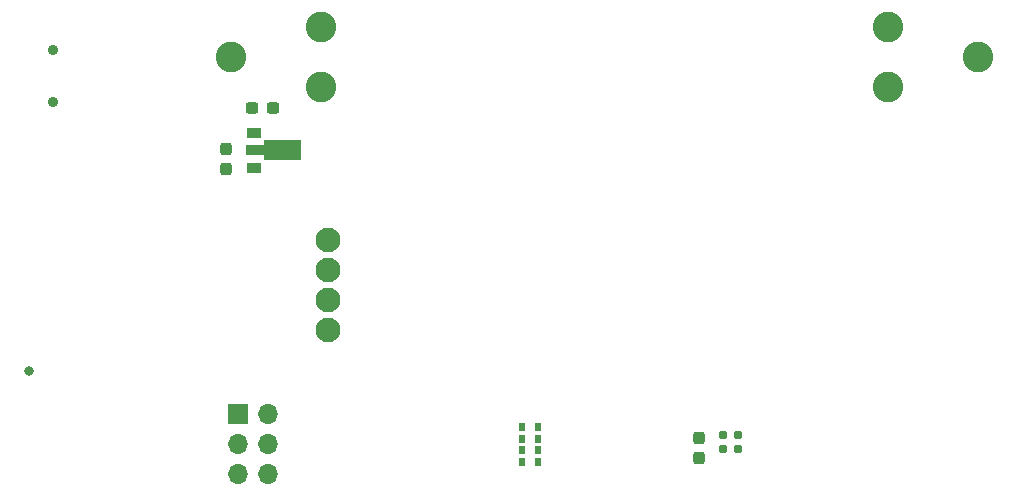
<source format=gbr>
                                                                                                                                                                                                                                                                                                                                                                                                                                                                                                                                                                                                                                                                                                                                                                                                                                                                                                                                                                                                                                                                                                                                                                                                                                                                                                                                                                                                                                                                                                                                                                                                                                                                                                                                                                                                                                                                                                                                                                                                                                                                                                                                                                                                                                                                                                                                                                                                                                                                                                                                                                                                                                                                                                                                                                                                                                                                                                                                                                                                                                                                                                                                                                                                                                                                                                                                                                                                                                                                                                                                                                                                                                                                                                                                                                                                                                                                                                                                                                                                                                                                                                                                                                                                                                                                                                                                                                                                                                                                                                                                                                                                                                                                                                                                                                                                                                                                                                                                                                                                                                                                                                                                                                                                                                                                                                                                                                                                                                                                                                                                                                                                                                                                                                                                                                                                                                                                                                                                                                                                                                                                                                                                                                                                                                                                                                                                                                                                                                                                                                                                                                                                                                                                                                                                                                                                                                                                                                                                                                                                                                                                                                                                                                                                                                                                                                                                                                                                                                                                                                                                                                                                                                                                                                                                                                                                                                                                                                                                                                                                                                                                                                                                                                                                                                                                                                                                                                                                                                                                                                                                                                                                                                                                                                                                                                                                                                                                                                                                                                                                                                                                                                                                                                                                                                                                                                                                                                                                                                                                                                                                                                                                                                                                                                                                                                                                                                                                                                                                                                                                                                                                                                                                                                                                                                                                                                                                                                                                                                                                                                                                                                                                                                                                                                                                                                                                                                                                                                                                                                                                                                                                                                                                                                                                                                                                                                                                                                                                                                                                                                                                                                                                                                                                                                                                                                                                                                                                                                                                                                                                                                                                                                                                                                                                                                                                                                                                                                                                                                                                                                                                                                                                                                                                                                                                                                                                                                                                                                                                                                                                                                                                                                                                                                                                                                                                                                                                                                                                                                                                                                                                                                                                                                                                                                                                                                                                                                                                                                                                                                                                                                                                                                                                                                                                                                                                                                                                                                                                                                                                                                                                                                                                                                                                                                                                                                                                                                                                                                                                                                                                                                                                                                                                                                                                                                                                                                                                                                                                                                                                                                                                                                                                                                                                                                                                                                                                                                                                                                                                                                                                                                                                                                                                                                                                                                                                                                                                                                                                                                                                                                                                                                                                                                                                                                                                                                                                                                                                                                                                                                                                                                                                                                                                                                                                                                                                                                                                                                                                                                                                                                                                                                                                                                                                                                                                                                                                                                                                                                                                                                                                                                                                                                                                                                                                                                                                                                                                                                                                                                                                                                                                                                                                                                                                                                                                                                                                                                                                                                                                                                                                                                                                                                                                                                                                                                                                                                                                                                                                                                                                                                                                                                                                                                                                                                                                                                                                                                                                                                                                                                                                                                                                                                                                                                                                                                                                                                                                                                                                                                                                                                                                                                                                                                                                                                                                                                                                                                                                                                                                                                                                                                                                                                                                                                                                                                                                                                                                                                                                                                                                                                                                                                                                                                                                                                                                                                                                                                                                                                                                                                                                                                                                                                                                                                                                                                                                                                                                                                                                                                                                                                                                                                                                                                                                                                                                                                                                                                                                                                                                                                                                                                                                                                                                                                                                                                                                                                                                                                                                                                                                                                                                                                                                                                                                                                                                                                                                                                                                                                                                                                                                                                                                                                                                                                                                                                                                                                                                                                                                                                                                                                                                                                                                                                                                                                                                                                                                                                                                                                                                                                                                                                                                                                                                                                                                                                                                                                                                                                                                                                                                                                                                                                                                                                                                                                                                                                                                                                                                                                                                                                                                                                                                                                                                                                                                                                                                                                                                                                                                                                                                                                                                                                                                                                                                                                                                                                                                                                                                                                                                                                                                                                                                                                                                                                                                                                                                                                                                                                                                                                                                                                                                                                                                                                                                                                                                                                                                                                                                                                                                                                                                                                                                                                                                                                                                                                                                                                                                                                                                                                                                                                                                                                                                                                                                                                                                                                                                                                                                                                                                                                                                                                                                                                                                                                                                                                                                                                                                                                                                                                                                                                                                                                                                                                                                                                                                                                                                                                                                                                                                                                                                                                                                                                                                                                                                                                                                                                                                                                                                                                                                                                                                                                                                                                                                                                                                                                                                                                                                                                                                                                                                                                                                                                                                                                                                                                                                                                                                                                                                                                                                                                                                                                                                                                                                                                                                                                                                                                                                                                                                                                                                                                                                                                                                                                                                                                                                                                                                                                                                                                                                                                                                                                                                                                                                                                                                                                                                                                                                                                                                                                                                                                                                                                                                                                                                                                                                                                                                                                                                                                                                                                                                                                                                                                                                                                                                                                                                                                                                                                                                                                                                                                                                                                                                                                                                                                                                                                                                                                                                                                                                                                                                                                                                                                                                                                                                                                                                                                                                                                                                                                                                                                                                                                                                                                                                                                                                                                                                                                                                                                                                                                                                                                                                                                                                                                                                                                                                                                                                                                                                                                                                                                                                                                                                                                                                                                                                                                                                                                                                                                                                                                                                                                                                                                                                                                                                                                                                                                                                                                                                                                                                                                                                                                                                                                                                                                                                                                                                                                                                                                                                                                                                                                                                                                                                                                                                                                                                                                                                                                                                                                                                                                                                                                                                                                                                                                                                                                                                                                                                                                                                                                                                                                                                                                                                                                                                                                                                                                                                                                                                                                                                                                                                                                                                                                                                                                                                                                                                                                                                                                                                                                                                                                                                                                                                                                                                                                                                                                                                                                                                                                                                                                                                                                                                                                                                                                                                                                                                                                                                                                                                                                                                                                                                                                                                                                                                                                                                                                                                                                                                                                                                                                                                                                                                                                                                                                                                                                                                                                                                                                                                                                                                                                                                                                                                                                                                                                                                                                                                                                                                                                                                                                                                                                                                                                                                                                                                                                                                                                                                                                                                                                                                                                                                                                                                                                                                                                                                                                                                                                                                                                                                                                                                                                                                                                                                                                                                                                                                                                                                                                                                                                                                                                                                                                                                                                                                                                                                                                                                                                                                                                                                                                                                                                                                                                                                                                                                                                                                                                                                                                                                                                                                                                                                                                                                                                                                                                                                                                                                                                                                                                                                                                                                                                                                                                                                                                                                                                                                                                                                                                                                                                                                                                                                                                                                                                                                                                                                                                                                                                                                                                                                                                                                                                                                                                                                                                                                                                                                                                                                                                                                                                                                                                                                                                                                                                                                                                                                                                                                                                                                                                                                                                                                                                                                                                                                                                                                                                                                                                                                                                                                                                                                                                                                                                                                                                                                                                                                                                                                                                                                                                                                                                                                                                                                                                                                                                                                                                                                                                                                                                                                                                                                                                                                                                                                                                                                                                                                                                                                                                                                                                                                                                                                                                                                                                                                                                                                                                                                                                                                                                                                                                                                                                                                                                                                                                                                                                                                                                                                                                                                                                                                                                                                                                                                                                                                                                                                                                                                                                                                                                                                                                                                                                                                                                                                                                                                                                                                                                                                                                                                                                                                                                                                                                                                                                                                                                                                                                                                                                                                                                                                                                                                                                                                                                                                                                                                                                                                                                                                                                                                                                                                                                                                                                                                                                                                                                                                                                                                                                                                                                                                                                                                                                                                                                                                                                                                                                                                                                                                                                                                                                                                                                                                                                                                                                                                                                                                                                                                                                                                                                                                                                                                                                                                                                                                                                                                                                                                                                                                                                                                                                                                                                                                                                                                                                                                                                                                                                                                                                                                                                                                                                                                                                                                                                                                                                                                                                                                                                                                                                                                                                                                                                                                                                                                                                                                                                                                                                                                                                                                                                                                                                                                                                                                                                                                                                                                                                                                                                                                                                                                                                                                                                                                                                                                                                                                                                                                                                                                                                                                                                                                                                                                                                                                                                                                                                                                                                                                                                                                                                                                                                                                                                                                                                                                                                                                                                                                                                                                                                                                                                                                                                                                                                                                                                                                                                                                                                                                                                                                                                                                                                                                                                                                                                                                                                                                                                                                                                                                                                                                                                                                                                                                                                                                                                                                                                                                                                                                                                                                                                                                                                                                                                                                                                                                                                                                                                                                                                                                                                                                                                                                                                                                                                                                                                                                                                                                                                                                                                                                                                                                                                                                                                                                                                                                                                                                                                                                                                                                                                                                                                                                                                                                                                                                                                                                                                                                                                                                                                                                                                                                                                                                                                                                                                                                                                                                                                                                                                                                                                                                                                                                                                                                                                                                                                                                                                                                                                                                                                                                                                                                                                                                                                                                                                                                                                                                                                                                                                                                                                                                                                                                                                                                                                                                                                                                                                                                                                                                                                                                                                                                                                                                                                                                                                                                                                                                                                                                                                                                                                                                                                                                                                                                                                                                                                                                                                                                                                                                                                                                                                                                                                                                                                                                                                                                                                                                                                                                                                                                                                                                                                                                                                                                                                                                                                                                                                                                                                                                                                                                                                                                                                                                                                                                                                                                                                                                                                                                                                                                                                                                                                                                                                                                                                                                                                                                                                                                                                                                                                                                                                                                                                                                                                                                                                                                                                                                                                                                                                                                                                                                                                                                                                                                                                                                                                                                                                                                                                                                                                                                                                                                                                                                                                                                                                                                                                                                                                                                                                                                                                                                                                                                                                                                                                                                                                                                                                                                                                                                                                                                                                                                                                                                                                                                                                                                                                                                                                                                                                                                                                                                                                                                                                                                                                                                                                                                                                                                                                                                                                                                                                                                                                                                                                                                                                                                                                                                                                                                                                                                                                                                                                                                                                                                                                                                                                                                                                                                                                                                                                                                                                                                                                                                                                                                                                                                                                                                                                                                                                                                                                                                                                                                                                                                                                                                                                                                                                                                                                                                                                                                                                                                                                                                                                                                                                                                                                                                                                                                                                                                                                                                                                                                                                                                                                                                                                                                                                                                                                                                                                                                                                                                                                                                                                                                                                                                                                                                                                                                                                                                                                                                                                                                                                                                                                                                                                                                                                                                                                                                                                                                                                                                                                                                                                                                                                                                                                                                                                                                                                                                                                                                                                                                                                                                                                                                                                                                                                                                                                                                                                                                                                                                                                                                                                                                                                                                                                                                                                                                                                                                                                                                                                                                                                                                                                                                                                                                                                                                                                                                                                                                                                                                                                                                                                                                                                                                                                                                                                                                                                                                                                                                                                                                                                                                                                                                                                                                                                                                                                                                                                                                                                                                                                                                                                                                                                                                                                                                                                                                                                                                                                                                                                                                                                                                                                                                                                                                                                                                                                                                                                                                                                                                                                                                                                                                                                                                                                                                                                                                                                                                                                                                                                                                                                                                                                                                                                                                                                                                                                                                                                                                                                                                                                                                                                                                                                                                                                                                                                                                                                                                                                                                                                                                                                                                                                                                                                                                                                                                                                                                                                                                                                                                                                                                                                                                                                                                                                                                                                                                                                                                                                                                                                                                                                                                                                                                                                                                                                                                                                                                                                                                                                                                                                                                                                                                                                                                                                                                                                                                                                                                                                                                                                                                                                                                                                                                                                                                                                                                                                                                                                                                                                                                                                                                                                                                                                                                                                                                                                                                                                                                                                                                                                                                                                                                                                                                                                                                                                                                                                                                                                                                                                                                                                                                                                                                                                                                                                                                                                                                                                                                                                                                                                                                                                                                                                                                                                                                                                                                                                                                                                                                                                                                                                                                                                                                                                                                                                                                                                                                                                                                                                                                                                                                                                                                                                                                                                                                                                                                                                                                                                                                                                                                                                                                                                                                                                                                                                                                                                                                                                                                                                                                                                                                                                                                                                                                                                                                                                                                                                                                                                                                                                                                                                                                                                                                                                                                                                                                                                                                                                                                                                                                                                                                                                                                                                                                                                                                                                                                                                                                                                                                                                                                                                                                                                                                                                                                                                                                                                                                                                                                                                                                                                                                                                                                                                                                                                                                                                                                                                                                                                                                                                                                                                                                                                                                                                                                                                                                                                                                                                                                                                                                                                                                                                                                                                                                                                                                                                                                                                                                                                                                                                                                                                                                                                                                                                                                                                                                                                                                                                                                                                                                                                                                                                                                                                                                                                                                                                                                                                                                                                                                                                                                                                                                                                                                                                                                                                                                                                                                                                                                                                                                                                                                                                                                                                                                                                                                                                                                                                                                                                                                                                                                                                                                                                                                                                                                                                                                                                                                                                                                                                                                                                                                                                                                                                                                                                                                                                                                                                                                                                                                                                                                                                                                                                                                                                                                                                                                                                                                                                                                                                                                                                                                                                                                                                                                                                                                                                                                                                                                                                                                                                                                                                                                                                                                                                                                                                                                                                                                                                                                                                                                                                                                                                                                                                                                                                                                                                                                                                                                                                                                                                                                                                                                                                                                                                                                                                                                                                                                                                                                                                                                                                                                                                                                                                                                                                                                                                                                                                                                                                                                                                                                                                                                                                                                                                                                                                                                                                                                                                                                                                                                                                                                                                                                                                                                                                                                                                                                                                                                                                                                                                                                                                                                                                                                                                                                                                                                                                                                                                                                                                                                                                                                                                                                                                                                                                                                                                                                                                                                                                                                                                                                                                                                                                                                                                                                                                                                                                                                                                                                                                                                                                                                                                                                                                                                                                                                                                                                                                                                                                                                                                                                                                                                                                                                                                                                                                                                                                                                                                                                                                                                                                                                                                                                                                                                                                                                                                                                                                                                                                                                                                                                                                                                                                                                                                                                                                                                                                                                                                                                                                                                                                                                                                                                                                                                                                                                                                                                                                                                                                                                                                                                                                                                                                                                                                                                                                                                                                                                                                                                                                                                                                                                                                                                                                                                                                                                                                                                                                                                                                                                                                                                                                                                                                                                                                                                                                                                                                                                                                                                                                                                                                                                                                                                                                                                                                                                                                                                                                                                                                                                                                                                                                                                                                                                                                                                                                                                                                                                                                                                                                                                                                                                                                                                                                                                                                                                                                                                                                                                                                                                                                                                                                                                                                                                                                                                                                                                                                                                                                                                                                                                                                                                                                                                                                                                                                                                                                                                                                                                                                                                                                                                                                                                                                                                                                                                                                                                                                                                                                                                                                                                                                                                                                                                                                                                                                                                                                                                                                                                                                                                                                                                                                                                                                                                                                                                                                                                                                                                                                                                                                                                                                                                                                                                                                                                                                                                                                                                                                                                                                                                                                                                                                                                                                                                                                                                                                                                                                                                                                                                                                                                                                                                                                                                                                                                                                                                                                                                                                                                                                                                                                                                                                                                                                                                                                                                                                                                                                                                                                                                                                                                                                                                                                                                                                                                                                                                                                                                                                                                                                                                                                                                                                                                                                                                                                                                                                                                                                                                                                                                                                                                                                                                                                                                                                                                                                                                                                                                                                                                                                                                                                                                                                                                                                                                                                                                                                                                                                                                                                                                                                                                                                                                                                                                                                                                                                                                                                                                                                                                                                                                                                                                                                                                                                                                                                                                                                                                                                                                                                                                                                                                                                                                                                                                                                                                                                                                                                                                                                                                                                                                                                                                                                                                                                                                                                                                                                                                                                                                                                                                                                                                                                                                                                                                                                                                                                                                                                                                                                                                                                                                                                                                                                                                                                                                                                                                                                                                                                                                                                                                                                                                                                                                                                                                                                                                                                                                                                                                                                                                                                                                                                                                                                                       %TF.GenerationSoftware,KiCad,Pcbnew,7.0.7*%
%TF.CreationDate,2023-09-10T20:13:10+02:00*%
%TF.ProjectId,Riddle_PCB,52696464-6c65-45f5-9043-422e6b696361,rev?*%
%TF.SameCoordinates,Original*%
%TF.FileFunction,Soldermask,Bot*%
%TF.FilePolarity,Negative*%
%FSLAX46Y46*%
G04 Gerber Fmt 4.6, Leading zero omitted, Abs format (unit mm)*
G04 Created by KiCad (PCBNEW 7.0.7) date 2023-09-10 20:13:10*
%MOMM*%
%LPD*%
G01*
G04 APERTURE LIST*
G04 Aperture macros list*
%AMRoundRect*
0 Rectangle with rounded corners*
0 $1 Rounding radius*
0 $2 $3 $4 $5 $6 $7 $8 $9 X,Y pos of 4 corners*
0 Add a 4 corners polygon primitive as box body*
4,1,4,$2,$3,$4,$5,$6,$7,$8,$9,$2,$3,0*
0 Add four circle primitives for the rounded corners*
1,1,$1+$1,$2,$3*
1,1,$1+$1,$4,$5*
1,1,$1+$1,$6,$7*
1,1,$1+$1,$8,$9*
0 Add four rect primitives between the rounded corners*
20,1,$1+$1,$2,$3,$4,$5,0*
20,1,$1+$1,$4,$5,$6,$7,0*
20,1,$1+$1,$6,$7,$8,$9,0*
20,1,$1+$1,$8,$9,$2,$3,0*%
%AMFreePoly0*
4,1,9,3.862500,-0.866500,0.737500,-0.866500,0.737500,-0.450000,-0.737500,-0.450000,-0.737500,0.450000,0.737500,0.450000,0.737500,0.866500,3.862500,0.866500,3.862500,-0.866500,3.862500,-0.866500,$1*%
G04 Aperture macros list end*
%ADD10C,0.800000*%
%ADD11C,2.590800*%
%ADD12R,0.600000X0.720000*%
%ADD13R,1.300000X0.900000*%
%ADD14FreePoly0,0.000000*%
%ADD15RoundRect,0.160000X0.160000X-0.197500X0.160000X0.197500X-0.160000X0.197500X-0.160000X-0.197500X0*%
%ADD16RoundRect,0.160000X-0.160000X0.197500X-0.160000X-0.197500X0.160000X-0.197500X0.160000X0.197500X0*%
%ADD17C,2.100000*%
%ADD18C,0.900000*%
%ADD19R,1.700000X1.700000*%
%ADD20O,1.700000X1.700000*%
%ADD21RoundRect,0.237500X0.237500X-0.300000X0.237500X0.300000X-0.237500X0.300000X-0.237500X-0.300000X0*%
%ADD22RoundRect,0.237500X-0.300000X-0.237500X0.300000X-0.237500X0.300000X0.237500X-0.300000X0.237500X0*%
G04 APERTURE END LIST*
D10*
%TO.C,RST*%
X108000000Y-99000000D03*
%TD*%
D11*
%TO.C,POS*%
X132766000Y-74930000D03*
X132766000Y-69850000D03*
X125146000Y-72390000D03*
%TD*%
%TO.C,NEG*%
X180766000Y-69850000D03*
X180766000Y-74930000D03*
X188386000Y-72390000D03*
%TD*%
D12*
%TO.C,U7*%
X149730000Y-103724000D03*
X149730000Y-104694000D03*
X149730000Y-105664000D03*
X149730000Y-106634000D03*
X151130000Y-106634000D03*
X151130000Y-105664000D03*
X151130000Y-104694000D03*
X151130000Y-103724000D03*
%TD*%
D13*
%TO.C,U2*%
X127082000Y-81788000D03*
D14*
X127169500Y-80288000D03*
D13*
X127082000Y-78788000D03*
%TD*%
D15*
%TO.C,R16*%
X166770000Y-104352500D03*
X166770000Y-105547500D03*
%TD*%
D16*
%TO.C,R15*%
X168040000Y-105547500D03*
X168040000Y-104352500D03*
%TD*%
D17*
%TO.C,DISPLAY*%
X133280000Y-87884000D03*
X133280000Y-90424000D03*
X133280000Y-92964000D03*
X133280000Y-95504000D03*
%TD*%
D18*
%TO.C,J4*%
X110000000Y-76200000D03*
X110000000Y-71800000D03*
%TD*%
D19*
%TO.C,PRG*%
X125730000Y-102616000D03*
D20*
X128270000Y-102616000D03*
X125730000Y-105156000D03*
X128270000Y-105156000D03*
X125730000Y-107696000D03*
X128270000Y-107696000D03*
%TD*%
D21*
%TO.C,C20*%
X164738000Y-104595500D03*
X164738000Y-106320500D03*
%TD*%
%TO.C,C4*%
X124714000Y-81888500D03*
X124714000Y-80163500D03*
%TD*%
D22*
%TO.C,C3*%
X126899500Y-76708000D03*
X128624500Y-76708000D03*
%TD*%
M02*

</source>
